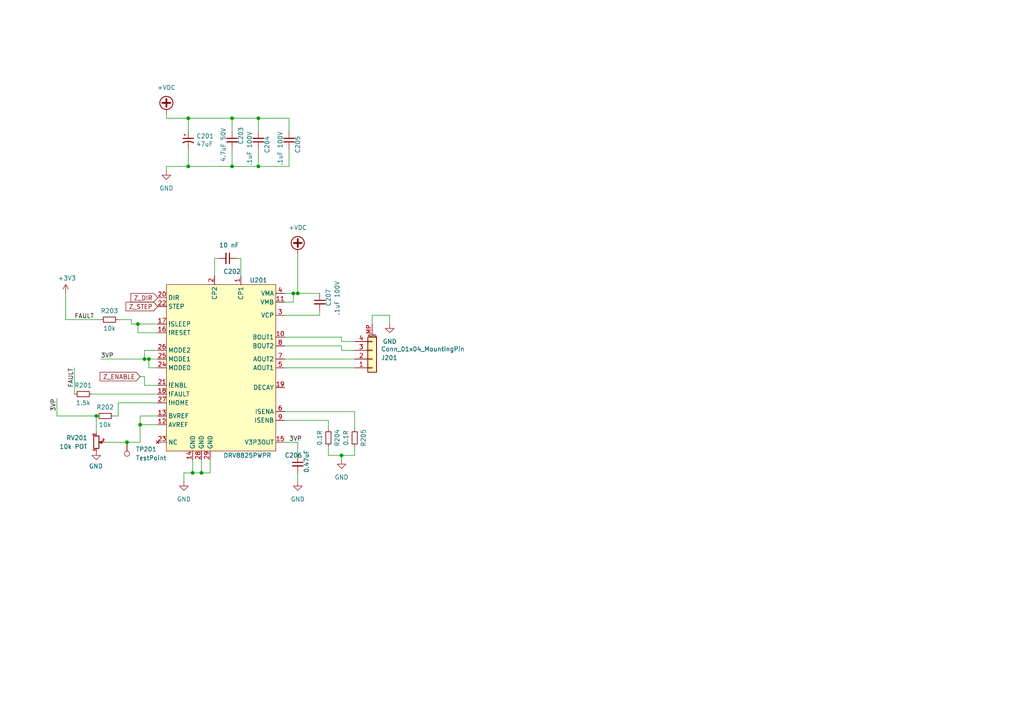
<source format=kicad_sch>
(kicad_sch (version 20230121) (generator eeschema)
  (paper "A4")
  (lib_symbols
    (symbol "Connector:TestPoint" (pin_numbers hide) (pin_names (offset 0.762) hide)
      (property "Reference" "TP" (at 0 6.858 0))
      (property "Value" "TestPoint" (at 0 5.08 0))
      (symbol "TestPoint_0_1"
        (circle (center 0 3.302) (radius 0.762))
      )
      (symbol "TestPoint_1_1"
        (pin passive line (at 0 0 90) (length 2.54) (name "1") (number "1"))
      )
    )
    (symbol "Connector_Generic_MountingPin:Conn_01x04_MountingPin" (pin_names (offset 1.016) hide)
      (property "Reference" "J" (at 0 5.08 0))
      (property "Value" "Conn_01x04_MountingPin" (at 1.27 -7.62 0))
      (symbol "Conn_01x04_MountingPin_1_1"
        (rectangle (start -1.27 -4.953) (end 0 -5.207) (stroke (width 0.1524)))
        (rectangle (start -1.27 -2.413) (end 0 -2.667) (stroke (width 0.1524)))
        (rectangle (start -1.27 0.127) (end 0 -0.127) (stroke (width 0.1524)))
        (rectangle (start -1.27 2.667) (end 0 2.413) (stroke (width 0.1524)))
        (rectangle (start -1.27 3.81) (end 1.27 -6.35) (stroke (width 0.254)) (fill (type background)))
        (polyline (pts (xy -1.016 -7.112) (xy 1.016 -7.112)) (stroke (width 0.1524)))
        (text "Mounting" (at 0 -6.731 0) (effects (font (size 0.381 0.381))))
        (pin passive line (at -5.08 2.54 0) (length 3.81) (name "Pin_1") (number "1"))
        (pin passive line (at -5.08 0 0) (length 3.81) (name "Pin_2") (number "2"))
        (pin passive line (at -5.08 -2.54 0) (length 3.81) (name "Pin_3") (number "3"))
        (pin passive line (at -5.08 -5.08 0) (length 3.81) (name "Pin_4") (number "4"))
        (pin passive line (at 0 -10.16 90) (length 3.048) (name "MountPin") (number "MP"))
      )
    )
    (symbol "Device:CP1_Small" (pin_numbers hide) (pin_names (offset 0.254) hide)
      (property "Reference" "C" (at 0.254 1.778 0))
      (property "Value" "CP1_Small" (at 0.254 -2.032 0))
      (symbol "CP1_Small_0_1"
        (polyline (pts (xy -1.524 0.508) (xy 1.524 0.508)) (stroke (width 0.3048)))
        (polyline (pts (xy -1.27 1.524) (xy -0.762 1.524)))
        (polyline (pts (xy -1.016 1.27) (xy -1.016 1.778)))
        (arc (start 1.524 -0.762) (mid 0 -0.3734) (end -1.524 -0.762) (stroke (width 0.3048)))
      )
      (symbol "CP1_Small_1_1"
        (pin passive line (at 0 2.54 270) (length 2.032) (name "~") (number "1"))
        (pin passive line (at 0 -2.54 90) (length 2.032) (name "~") (number "2"))
      )
    )
    (symbol "Device:C_Small" (pin_numbers hide) (pin_names (offset 0.254) hide)
      (property "Reference" "C" (at 0.254 1.778 0))
      (property "Value" "C_Small" (at 0.254 -2.032 0))
      (symbol "C_Small_0_1"
        (polyline (pts (xy -1.524 -0.508) (xy 1.524 -0.508)) (stroke (width 0.3302)))
        (polyline (pts (xy -1.524 0.508) (xy 1.524 0.508)) (stroke (width 0.3048)))
      )
      (symbol "C_Small_1_1"
        (pin passive line (at 0 2.54 270) (length 2.032) (name "~") (number "1"))
        (pin passive line (at 0 -2.54 90) (length 2.032) (name "~") (number "2"))
      )
    )
    (symbol "Device:R_POT_Small" (pin_names (offset 1.016) hide)
      (property "Reference" "RV" (at -4.445 0 90))
      (property "Value" "R_POT_Small" (at -2.54 0 90))
      (symbol "R_POT_Small_0_1"
        (polyline (pts (xy 0.889 0) (xy 0.635 0) (xy 1.651 0.381) (xy 1.651 -0.381) (xy 0.635 0) (xy 0.889 0)) (fill (type outline)))
        (rectangle (start 0.762 1.8034) (end -0.762 -1.8034) (stroke (width 0.254)))
      )
      (symbol "R_POT_Small_1_1"
        (pin passive line (at 0 2.54 270) (length 0.635) (name "1") (number "1"))
        (pin passive line (at 2.54 0 180) (length 0.9906) (name "2") (number "2"))
        (pin passive line (at 0 -2.54 90) (length 0.635) (name "3") (number "3"))
      )
    )
    (symbol "Device:R_Small" (pin_numbers hide) (pin_names (offset 0.254) hide)
      (property "Reference" "R" (at 0.762 0.508 0))
      (property "Value" "R_Small" (at 0.762 -1.016 0))
      (symbol "R_Small_0_1"
        (rectangle (start -0.762 1.778) (end 0.762 -1.778) (stroke (width 0.2032)))
      )
      (symbol "R_Small_1_1"
        (pin passive line (at 0 2.54 270) (length 0.762) (name "~") (number "1"))
        (pin passive line (at 0 -2.54 90) (length 0.762) (name "~") (number "2"))
      )
    )
    (symbol "Driver_Motor:DRV8825PWPR"
      (property "Reference" "U1" (at 7.62 21.59 0))
      (property "Value" "DRV8825PWPR" (at 0 -29.21 0))
      (symbol "DRV8825PWPR_0_0"
        (pin passive line (at 5.08 22.86 270) (length 2.54) (name "CP1") (number "1"))
        (pin output line (at 17.78 5.08 180) (length 2.54) (name "BOUT1") (number "10"))
        (pin power_in line (at 17.78 15.24 180) (length 2.54) (name "VMB") (number "11"))
        (pin input line (at -19.05 -20.32 0) (length 2.54) (name "AVREF") (number "12"))
        (pin input line (at -19.05 -17.78 0) (length 2.54) (name "BVREF") (number "13"))
        (pin input line (at -8.89 -30.48 90) (length 2.54) (name "GND") (number "14"))
        (pin input line (at 17.78 -25.4 180) (length 2.54) (name "V3P3OUT") (number "15"))
        (pin input line (at -19.05 6.35 0) (length 2.54) (name "!RESET") (number "16"))
        (pin input line (at -19.05 8.89 0) (length 2.54) (name "!SLEEP") (number "17"))
        (pin input line (at -19.05 -11.43 0) (length 2.54) (name "!FAULT") (number "18"))
        (pin input line (at 17.78 -9.525 180) (length 2.54) (name "DECAY") (number "19"))
        (pin passive line (at -2.54 22.86 270) (length 2.54) (name "CP2") (number "2"))
        (pin input line (at -19.05 16.51 0) (length 2.54) (name "DIR") (number "20"))
        (pin input line (at -19.05 -8.89 0) (length 2.54) (name "!ENBL") (number "21"))
        (pin input line (at -19.05 13.97 0) (length 2.54) (name "STEP") (number "22"))
        (pin no_connect line (at -19.05 -25.4 0) (length 2.54) (name "NC") (number "23"))
        (pin input line (at -19.05 -3.81 0) (length 2.54) (name "MODE0") (number "24"))
        (pin input line (at -19.05 -1.27 0) (length 2.54) (name "MODE1") (number "25"))
        (pin input line (at -19.05 1.27 0) (length 2.54) (name "MODE2") (number "26"))
        (pin input line (at -19.05 -13.97 0) (length 2.54) (name "!HOME") (number "27"))
        (pin input line (at -6.35 -30.48 90) (length 2.54) (name "GND") (number "28"))
        (pin input line (at -3.81 -30.48 90) (length 2.54) (name "GND") (number "29"))
        (pin power_in line (at 17.78 11.43 180) (length 2.54) (name "VCP") (number "3"))
        (pin power_in line (at 17.78 17.78 180) (length 2.54) (name "VMA") (number "4"))
        (pin output line (at 17.78 -3.81 180) (length 2.54) (name "AOUT1") (number "5"))
        (pin input line (at 17.78 -16.51 180) (length 2.54) (name "ISENA") (number "6"))
        (pin output line (at 17.78 -1.27 180) (length 2.54) (name "AOUT2") (number "7"))
        (pin output line (at 17.78 2.54 180) (length 2.54) (name "BOUT2") (number "8"))
        (pin input line (at 17.78 -19.05 180) (length 2.54) (name "ISENB") (number "9"))
      )
      (symbol "DRV8825PWPR_0_1"
        (rectangle (start -16.51 20.32) (end 15.24 -27.94) (fill (type background)))
      )
    )
    (symbol "power:+3.3V" (power) (pin_names (offset 0))
      (property "Value" "+3.3V" (at 0 3.556 0))
      (symbol "+3.3V_0_1"
        (polyline (pts (xy -0.762 1.27) (xy 0 2.54)))
        (polyline (pts (xy 0 0) (xy 0 2.54)))
        (polyline (pts (xy 0 2.54) (xy 0.762 1.27)))
      )
      (symbol "+3.3V_1_1"
        (pin power_in line (at 0 0 90) (length 0) hide (name "+3V3") (number "1"))
      )
    )
    (symbol "power:+VDC" (power) (pin_names (offset 0))
      (property "Value" "+VDC" (at 0 6.35 0))
      (symbol "+VDC_0_1"
        (polyline (pts (xy -1.143 3.175) (xy 1.143 3.175)) (stroke (width 0.508)))
        (polyline (pts (xy 0 0) (xy 0 1.27)))
        (polyline (pts (xy 0 2.032) (xy 0 4.318)) (stroke (width 0.508)))
        (circle (center 0 3.175) (radius 1.905) (stroke (width 0.254)))
      )
      (symbol "+VDC_1_1"
        (pin power_in line (at 0 0 90) (length 0) hide (name "+VDC") (number "1"))
      )
    )
    (symbol "power:GND" (power) (pin_names (offset 0))
      (property "Value" "GND" (at 0 -3.81 0))
      (symbol "GND_0_1"
        (polyline (pts (xy 0 0) (xy 0 -1.27) (xy 1.27 -1.27) (xy 0 -2.54) (xy -1.27 -1.27) (xy 0 -1.27)))
      )
      (symbol "GND_1_1"
        (pin power_in line (at 0 0 270) (length 0) hide (name "GND") (number "1"))
      )
    )
  )
  (junction (at 67.31 48.26))
  (junction (at 41.91 104.14))
  (junction (at 54.61 34.29))
  (junction (at 43.18 104.14))
  (junction (at 86.36 85.09))
  (junction (at 36.83 128.27))
  (junction (at 54.61 48.26))
  (junction (at 58.42 137.16))
  (junction (at 40.005 93.98))
  (junction (at 55.88 137.16))
  (junction (at 67.31 34.29))
  (junction (at 74.93 34.29))
  (junction (at 27.94 120.65))
  (junction (at 85.09 85.09))
  (junction (at 99.06 132.08))
  (junction (at 74.93 48.26))
  (junction (at 40.64 123.19))
  (wire (pts (xy 113.03 91.44) (xy 113.03 93.98)))
  (wire (pts (xy 62.23 80.01) (xy 62.23 74.93)))
  (wire (pts (xy 92.71 91.44) (xy 82.55 91.44)))
  (wire (pts (xy 38.1 92.71) (xy 34.29 92.71)))
  (wire (pts (xy 82.55 121.92) (xy 95.25 121.92)))
  (wire (pts (xy 40.64 123.19) (xy 40.64 128.27)))
  (wire (pts (xy 16.51 115.57) (xy 16.51 120.65)))
  (wire (pts (xy 67.31 34.29) (xy 74.93 34.29)))
  (wire (pts (xy 48.26 33.02) (xy 48.26 34.29)))
  (wire (pts (xy 48.26 34.29) (xy 54.61 34.29)))
  (wire (pts (xy 45.72 120.65) (xy 40.64 120.65)))
  (wire (pts (xy 34.29 116.84) (xy 45.72 116.84)))
  (wire (pts (xy 74.93 34.29) (xy 74.93 38.1)))
  (wire (pts (xy 92.71 90.17) (xy 92.71 91.44)))
  (wire (pts (xy 82.55 106.68) (xy 102.87 106.68)))
  (wire (pts (xy 41.91 111.76) (xy 41.91 109.22)))
  (wire (pts (xy 62.23 74.93) (xy 63.5 74.93)))
  (wire (pts (xy 41.91 109.22) (xy 40.64 109.22)))
  (wire (pts (xy 82.55 87.63) (xy 85.09 87.63)))
  (wire (pts (xy 86.36 85.09) (xy 85.09 85.09)))
  (wire (pts (xy 95.25 121.92) (xy 95.25 124.46)))
  (wire (pts (xy 34.29 120.65) (xy 33.02 120.65)))
  (wire (pts (xy 99.06 101.6) (xy 102.87 101.6)))
  (wire (pts (xy 45.72 111.76) (xy 41.91 111.76)))
  (wire (pts (xy 36.83 128.27) (xy 40.64 128.27)))
  (wire (pts (xy 74.93 48.26) (xy 83.82 48.26)))
  (wire (pts (xy 40.005 96.52) (xy 45.72 96.52)))
  (wire (pts (xy 45.72 93.98) (xy 40.005 93.98)))
  (wire (pts (xy 85.09 85.09) (xy 82.55 85.09)))
  (wire (pts (xy 107.95 93.98) (xy 107.95 91.44)))
  (wire (pts (xy 19.05 92.71) (xy 29.21 92.71)))
  (wire (pts (xy 69.85 80.01) (xy 69.85 74.93)))
  (wire (pts (xy 34.29 116.84) (xy 34.29 120.65)))
  (wire (pts (xy 26.67 114.3) (xy 45.72 114.3)))
  (wire (pts (xy 55.88 137.16) (xy 53.34 137.16)))
  (wire (pts (xy 41.91 101.6) (xy 41.91 104.14)))
  (wire (pts (xy 45.72 106.68) (xy 43.18 106.68)))
  (wire (pts (xy 95.25 132.08) (xy 99.06 132.08)))
  (wire (pts (xy 99.06 97.79) (xy 99.06 99.06)))
  (wire (pts (xy 43.18 106.68) (xy 43.18 104.14)))
  (wire (pts (xy 54.61 34.29) (xy 67.31 34.29)))
  (wire (pts (xy 86.36 137.16) (xy 86.36 139.7)))
  (wire (pts (xy 19.05 92.71) (xy 19.05 85.09)))
  (wire (pts (xy 58.42 133.35) (xy 58.42 137.16)))
  (wire (pts (xy 21.59 106.68) (xy 21.59 114.3)))
  (wire (pts (xy 67.31 48.26) (xy 74.93 48.26)))
  (wire (pts (xy 86.36 73.66) (xy 86.36 85.09)))
  (wire (pts (xy 107.95 91.44) (xy 113.03 91.44)))
  (wire (pts (xy 29.21 104.14) (xy 41.91 104.14)))
  (wire (pts (xy 102.87 119.38) (xy 102.87 124.46)))
  (wire (pts (xy 54.61 48.26) (xy 67.31 48.26)))
  (wire (pts (xy 82.55 119.38) (xy 102.87 119.38)))
  (wire (pts (xy 40.64 120.65) (xy 40.64 123.19)))
  (wire (pts (xy 83.82 48.26) (xy 83.82 43.18)))
  (wire (pts (xy 40.005 93.98) (xy 38.1 93.98)))
  (wire (pts (xy 54.61 34.29) (xy 54.61 38.1)))
  (wire (pts (xy 85.09 87.63) (xy 85.09 85.09)))
  (wire (pts (xy 99.06 132.08) (xy 102.87 132.08)))
  (wire (pts (xy 27.94 120.65) (xy 27.94 125.73)))
  (wire (pts (xy 58.42 137.16) (xy 55.88 137.16)))
  (wire (pts (xy 102.87 132.08) (xy 102.87 129.54)))
  (wire (pts (xy 95.25 129.54) (xy 95.25 132.08)))
  (wire (pts (xy 48.26 49.53) (xy 48.26 48.26)))
  (wire (pts (xy 48.26 48.26) (xy 54.61 48.26)))
  (wire (pts (xy 30.48 128.27) (xy 36.83 128.27)))
  (wire (pts (xy 60.96 137.16) (xy 58.42 137.16)))
  (wire (pts (xy 45.72 101.6) (xy 41.91 101.6)))
  (wire (pts (xy 54.61 43.18) (xy 54.61 48.26)))
  (wire (pts (xy 55.88 133.35) (xy 55.88 137.16)))
  (wire (pts (xy 92.71 85.09) (xy 86.36 85.09)))
  (wire (pts (xy 53.34 137.16) (xy 53.34 139.7)))
  (wire (pts (xy 99.06 100.33) (xy 99.06 101.6)))
  (wire (pts (xy 99.06 99.06) (xy 102.87 99.06)))
  (wire (pts (xy 67.31 43.18) (xy 67.31 48.26)))
  (wire (pts (xy 99.06 132.08) (xy 99.06 133.35)))
  (wire (pts (xy 74.93 43.18) (xy 74.93 48.26)))
  (wire (pts (xy 38.1 93.98) (xy 38.1 92.71)))
  (wire (pts (xy 40.64 123.19) (xy 45.72 123.19)))
  (wire (pts (xy 83.82 34.29) (xy 83.82 38.1)))
  (wire (pts (xy 60.96 133.35) (xy 60.96 137.16)))
  (wire (pts (xy 43.18 104.14) (xy 45.72 104.14)))
  (wire (pts (xy 40.005 93.98) (xy 40.005 96.52)))
  (wire (pts (xy 82.55 104.14) (xy 102.87 104.14)))
  (wire (pts (xy 82.55 97.79) (xy 99.06 97.79)))
  (wire (pts (xy 69.85 74.93) (xy 68.58 74.93)))
  (wire (pts (xy 82.55 128.27) (xy 86.36 128.27)))
  (wire (pts (xy 41.91 104.14) (xy 43.18 104.14)))
  (wire (pts (xy 16.51 120.65) (xy 27.94 120.65)))
  (wire (pts (xy 74.93 34.29) (xy 83.82 34.29)))
  (wire (pts (xy 82.55 100.33) (xy 99.06 100.33)))
  (wire (pts (xy 67.31 34.29) (xy 67.31 38.1)))
  (wire (pts (xy 86.36 128.27) (xy 86.36 132.08)))
  (label "3VP" (at 16.51 115.57 270))
  (label "FAULT" (at 21.59 106.68 270))
  (label "FAULT" (at 21.59 92.71 0))
  (label "3VP" (at 29.21 104.14 0))
  (label "3VP" (at 83.82 128.27 0))
  (global_label "Z_STEP" (shape input) (at 45.72 88.9 180) (property "Intersheetrefs" "${INTERSHEET_REFS}" (effects hide)))
  (global_label "Z_DIR" (shape input) (at 45.72 86.36 180) (property "Intersheetrefs" "${INTERSHEET_REFS}" (effects hide)))
  (global_label "Z_ENABLE" (shape input) (at 40.64 109.22 180) (property "Intersheetrefs" "${INTERSHEET_REFS}" (effects hide)))
  (symbol (lib_id "Device:C_Small") (at 83.82 40.64 180) (unit 1)
    (property "Reference" "C205" (at 86.36 39.37 90) (effects (justify left)))
    (property "Value" ".1uF 100V" (at 81.28 38.1 90) (effects (justify left)))
    (property "Footprint" "Capacitor_SMD:C_0805_2012Metric" (effects hide))
  )
  (symbol (lib_id "Device:C_Small") (at 74.93 40.64 180) (unit 1)
    (property "Reference" "C204" (at 77.47 39.37 90) (effects (justify left)))
    (property "Value" ".1uF 100V" (at 72.39 38.1 90) (effects (justify left)))
    (property "Footprint" "Capacitor_SMD:C_0805_2012Metric" (effects hide))
  )
  (symbol (lib_id "power:GND") (at 113.03 93.98 0) (unit 1)
    (property "Reference" "#PWR0209" (effects hide))
    (property "Value" "GND" (at 113.03 99.06 0))
  )
  (symbol (lib_id "power:GND") (at 86.36 139.7 0) (unit 1)
    (property "Reference" "#PWR0207" (effects hide))
    (property "Value" "GND" (at 86.36 144.78 0))
  )
  (symbol (lib_id "power:GND") (at 99.06 133.35 0) (unit 1)
    (property "Reference" "#PWR0208" (effects hide))
    (property "Value" "GND" (at 99.06 138.43 0))
  )
  (symbol (lib_id "Device:R_Small") (at 31.75 92.71 270) (unit 1)
    (property "Reference" "R203" (at 31.75 90.17 90))
    (property "Value" "10k" (at 31.75 95.25 90))
    (property "Footprint" "Resistor_SMD:R_0603_1608Metric" (effects hide))
  )
  (symbol (lib_id "Driver_Motor:DRV8825PWPR") (at 64.77 102.87 0) (unit 1)
    (property "Reference" "U201" (at 72.39 81.28 0) (effects (justify left)))
    (property "Value" "DRV8825PWPR" (at 64.77 132.08 0) (effects (justify left)))
    (property "Footprint" "Package_SO:HTSSOP-28-1EP_4.4x9.7mm_P0.65mm_EP3.4x9.5mm_ThermalVias" (effects hide))
  )
  (symbol (lib_id "power:GND") (at 53.34 139.7 0) (unit 1)
    (property "Reference" "#PWR0205" (effects hide))
    (property "Value" "GND" (at 53.34 144.78 0))
  )
  (symbol (lib_id "power:+3.3V") (at 19.05 85.09 0) (unit 1)
    (property "Reference" "#PWR0201" (effects hide))
    (property "Value" "+3.3V" (at 19.431 80.6958 0))
  )
  (symbol (lib_id "power:+VDC") (at 86.36 73.66 0) (unit 1)
    (property "Reference" "#PWR0206" (effects hide))
    (property "Value" "+VDC" (at 86.36 66.04 0))
  )
  (symbol (lib_id "Device:R_Small") (at 102.87 127 180) (unit 1)
    (property "Reference" "R205" (at 105.41 127 90))
    (property "Value" "0.1R" (at 100.33 127 90))
    (property "Footprint" "Resistor_SMD:R_0805_2012Metric" (effects hide))
  )
  (symbol (lib_id "Connector_Generic_MountingPin:Conn_01x04_MountingPin") (at 107.95 104.14 0) (mirror x) (unit 1)
    (property "Reference" "J201" (at 110.49 103.7844 0) (effects (justify left)))
    (property "Value" "Conn_01x04_MountingPin" (at 110.49 101.2444 0) (effects (justify left)))
    (property "Footprint" "Connector_JST:JST_PH_B4B-PH-SM4-TB_1x04-1MP_P2.00mm_Vertical" (effects hide))
  )
  (symbol (lib_id "Device:C_Small") (at 92.71 87.63 0) (unit 1)
    (property "Reference" "C207" (at 95.25 88.9 90) (effects (justify left)))
    (property "Value" ".1uF 100V" (at 97.79 91.44 90) (effects (justify left)))
    (property "Footprint" "Capacitor_SMD:C_0805_2012Metric" (effects hide))
  )
  (symbol (lib_id "power:GND") (at 48.26 49.53 0) (unit 1)
    (property "Reference" "#PWR0204" (effects hide))
    (property "Value" "GND" (at 48.26 54.61 0))
  )
  (symbol (lib_id "Device:CP1_Small") (at 54.61 40.64 0) (unit 1)
    (property "Reference" "C201" (at 56.9214 39.4716 0) (effects (justify left)))
    (property "Value" "47uF" (at 56.9214 41.783 0) (effects (justify left)))
    (property "Footprint" "Capacitor_SMD:CP_Elec_6.3x7.7" (effects hide))
  )
  (symbol (lib_id "Device:R_Small") (at 95.25 127 180) (unit 1)
    (property "Reference" "R204" (at 97.79 127 90))
    (property "Value" "0.1R" (at 92.71 127 90))
    (property "Footprint" "Resistor_SMD:R_0805_2012Metric" (effects hide))
  )
  (symbol (lib_id "Device:R_POT_Small") (at 27.94 128.27 0) (mirror x) (unit 1)
    (property "Reference" "RV201" (at 25.4 127 0) (effects (justify right)))
    (property "Value" "10k POT" (at 25.4 129.54 0) (effects (justify right)))
    (property "Footprint" "Potentiometer_SMD:Potentiometer_Bourns_TC33X_Vertical" (effects hide))
  )
  (symbol (lib_id "power:GND") (at 27.94 130.81 0) (mirror y) (unit 1)
    (property "Reference" "#PWR0202" (effects hide))
    (property "Value" "GND" (at 27.813 135.2042 0))
  )
  (symbol (lib_id "Connector:TestPoint") (at 36.83 128.27 180) (unit 1)
    (property "Reference" "TP201" (at 39.37 130.3019 0) (effects (justify right)))
    (property "Value" "TestPoint" (at 39.37 132.8419 0) (effects (justify right)))
    (property "Footprint" "TestPoint:TestPoint_THTPad_D1.0mm_Drill0.5mm" (effects hide))
  )
  (symbol (lib_id "Device:C_Small") (at 86.36 134.62 0) (unit 1)
    (property "Reference" "C206" (at 82.55 132.08 0) (effects (justify left)))
    (property "Value" "0.47uF" (at 88.9 137.16 90) (effects (justify left)))
    (property "Footprint" "Capacitor_SMD:C_0603_1608Metric" (effects hide))
  )
  (symbol (lib_id "Device:R_Small") (at 30.48 120.65 270) (unit 1)
    (property "Reference" "R202" (at 30.48 118.11 90))
    (property "Value" "10k" (at 30.48 123.19 90))
    (property "Footprint" "Resistor_SMD:R_0603_1608Metric" (effects hide))
  )
  (symbol (lib_id "power:+VDC") (at 48.26 33.02 0) (unit 1)
    (property "Reference" "#PWR0203" (effects hide))
    (property "Value" "+VDC" (at 48.26 25.4 0))
  )
  (symbol (lib_id "Device:C_Small") (at 67.31 40.64 0) (unit 1)
    (property "Reference" "C203" (at 69.85 41.91 90) (effects (justify left)))
    (property "Value" "4.7uF 50V" (at 64.77 46.99 90) (effects (justify left)))
    (property "Footprint" "Capacitor_SMD:C_0805_2012Metric" (effects hide))
  )
  (symbol (lib_id "Device:R_Small") (at 24.13 114.3 270) (unit 1)
    (property "Reference" "R201" (at 24.13 111.76 90))
    (property "Value" "1.5k" (at 24.13 116.84 90))
    (property "Footprint" "Resistor_SMD:R_0603_1608Metric" (effects hide))
  )
  (symbol (lib_id "Device:C_Small") (at 66.04 74.93 270) (unit 1)
    (property "Reference" "C202" (at 64.77 78.74 90) (effects (justify left)))
    (property "Value" "10 nF" (at 63.5 71.12 90) (effects (justify left)))
    (property "Footprint" "Capacitor_SMD:C_0603_1608Metric" (effects hide))
  )
)
</source>
